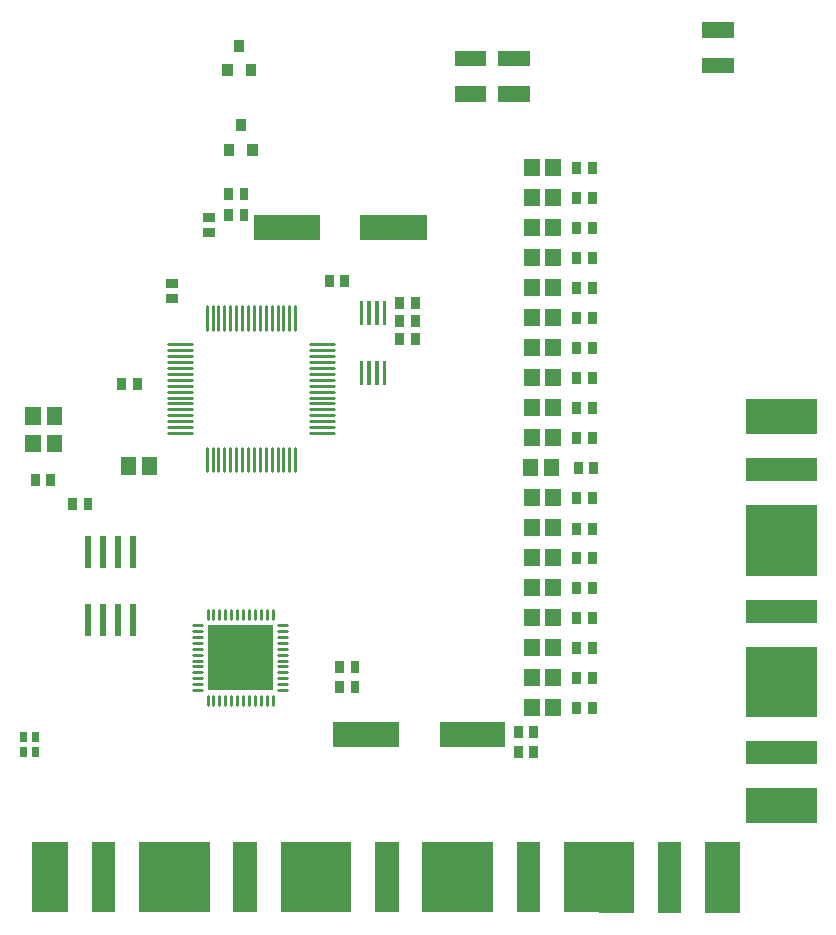
<source format=gbr>
G04 start of page 8 for group -4015 idx -4015 *
G04 Title: (unknown), toppaste *
G04 Creator: pcb 20140316 *
G04 CreationDate: Tue Feb 26 01:41:17 2019 UTC *
G04 For: tim *
G04 Format: Gerber/RS-274X *
G04 PCB-Dimensions (mil): 2834.65 3051.18 *
G04 PCB-Coordinate-Origin: lower left *
%MOIN*%
%FSLAX25Y25*%
%LNTOPPASTE*%
%ADD110R,0.0250X0.0250*%
%ADD109R,0.0200X0.0200*%
%ADD108R,0.0130X0.0130*%
%ADD107C,0.0001*%
%ADD106R,0.1181X0.1181*%
%ADD105R,0.0787X0.0787*%
%ADD104C,0.0100*%
%ADD103R,0.0295X0.0295*%
%ADD102R,0.0512X0.0512*%
%ADD101R,0.0851X0.0851*%
%ADD100R,0.0340X0.0340*%
G54D100*X85457Y255831D02*Y255231D01*
X93257Y255831D02*Y255231D01*
X89357Y264031D02*Y263431D01*
X84957Y282331D02*Y281731D01*
X92757Y282331D02*Y281731D01*
X88857Y290531D02*Y289931D01*
G54D101*X133457Y229531D02*X147063D01*
X98189D02*X111457D01*
G54D102*X193500Y249924D02*Y249138D01*
X186414Y249924D02*Y249138D01*
X193500Y239924D02*Y239138D01*
X186414Y239924D02*Y239138D01*
X193500Y219924D02*Y219138D01*
X186414Y219924D02*Y219138D01*
X193500Y209924D02*Y209138D01*
X186414Y209924D02*Y209138D01*
X193500Y199924D02*Y199138D01*
X186414Y199924D02*Y199138D01*
X193500Y189924D02*Y189138D01*
X186414Y189924D02*Y189138D01*
X193500Y179924D02*Y179138D01*
X186414Y179924D02*Y179138D01*
X193500Y169924D02*Y169138D01*
X186414Y169924D02*Y169138D01*
X193500Y159924D02*Y159138D01*
X186414Y159924D02*Y159138D01*
G54D103*X201398Y250023D02*Y249039D01*
X206516Y250023D02*Y249039D01*
X201398Y240023D02*Y239039D01*
X206516Y240023D02*Y239039D01*
X201398Y230023D02*Y229039D01*
X206516Y230023D02*Y229039D01*
X201398Y220023D02*Y219039D01*
X206516Y220023D02*Y219039D01*
X201398Y210023D02*Y209039D01*
X206516Y210023D02*Y209039D01*
X201398Y200023D02*Y199039D01*
X206516Y200023D02*Y199039D01*
X201398Y190023D02*Y189039D01*
X206516Y190023D02*Y189039D01*
X201398Y180023D02*Y179039D01*
X206516Y180023D02*Y179039D01*
X201398Y170023D02*Y169039D01*
X206516Y170023D02*Y169039D01*
X201398Y160023D02*Y159039D01*
X206516Y160023D02*Y159039D01*
G54D104*X107535Y203406D02*Y195531D01*
X105567Y203406D02*Y195531D01*
X103598Y203406D02*Y195531D01*
X101630Y203406D02*Y195531D01*
X99661Y203406D02*Y195531D01*
X97693Y203406D02*Y195531D01*
X95724Y203406D02*Y195531D01*
X93756Y203406D02*Y195531D01*
X91787Y203406D02*Y195531D01*
X89819Y203406D02*Y195531D01*
X87850Y203406D02*Y195531D01*
X85882Y203406D02*Y195531D01*
X83913Y203406D02*Y195531D01*
X81945Y203406D02*Y195531D01*
X79976Y203406D02*Y195531D01*
X78008Y203406D02*Y195531D01*
Y197500D02*Y195531D01*
Y156161D02*Y148287D01*
X79976Y156161D02*Y148287D01*
X81945Y156161D02*Y148287D01*
X83913Y156161D02*Y148287D01*
X85882Y156161D02*Y148287D01*
X87850Y156161D02*Y148287D01*
X89819Y156161D02*Y148287D01*
X91787Y156161D02*Y148287D01*
X93756Y156161D02*Y148287D01*
X95724Y156161D02*Y148287D01*
X97693Y156161D02*Y148287D01*
X99661Y156161D02*Y148287D01*
X101630Y156161D02*Y148287D01*
X103598Y156161D02*Y148287D01*
X105567Y156161D02*Y148287D01*
X107535Y156161D02*Y148287D01*
X112457Y190610D02*X120331D01*
X112457Y188642D02*X120331D01*
X112457Y186673D02*X120331D01*
X112457Y184705D02*X120331D01*
X112457Y182736D02*X120331D01*
X112457Y180768D02*X120331D01*
X112457Y178799D02*X120331D01*
X112457Y176831D02*X120331D01*
X112457Y174862D02*X120331D01*
X112457Y172894D02*X120331D01*
X112457Y170925D02*X120331D01*
X112457Y168957D02*X120331D01*
X112457Y166988D02*X120331D01*
X112457Y165020D02*X120331D01*
X112457Y163051D02*X120331D01*
X112457Y161083D02*X120331D01*
X65213Y190610D02*X73087D01*
X65213Y188642D02*X73087D01*
X65213Y186673D02*X73087D01*
X65213Y184705D02*X73087D01*
X65213Y182736D02*X73087D01*
X65213Y180768D02*X73087D01*
X65213Y178799D02*X73087D01*
X65213Y176831D02*X73087D01*
X65213Y174862D02*X73087D01*
X65213Y172894D02*X73087D01*
X65213Y170925D02*X73087D01*
X65213Y168957D02*X73087D01*
X65213Y166988D02*X73087D01*
X65213Y165020D02*X73087D01*
X65213Y163051D02*X73087D01*
X65213Y161083D02*X73087D01*
G54D105*X43576Y20949D02*Y5201D01*
G54D106*X61293Y18981D02*Y7170D01*
X25860Y18981D02*Y7170D01*
G54D105*X90820Y20949D02*Y5201D01*
G54D106*X108537Y18981D02*Y7170D01*
X73104Y18981D02*Y7170D01*
G54D105*X138065Y20949D02*Y5201D01*
G54D106*X155781Y18981D02*Y7170D01*
X120348Y18981D02*Y7170D01*
G54D105*X185309Y20949D02*Y5201D01*
G54D106*X203025Y18981D02*Y7170D01*
X167592Y18981D02*Y7170D01*
G54D101*X124339Y60543D02*X137945D01*
X159945D02*X173213D01*
G54D102*X193500Y129924D02*Y129138D01*
X186414Y129924D02*Y129138D01*
X193500Y119924D02*Y119138D01*
X186414Y119924D02*Y119138D01*
X193500Y109924D02*Y109138D01*
X186414Y109924D02*Y109138D01*
X193500Y99924D02*Y99138D01*
X186414Y99924D02*Y99138D01*
X193500Y89924D02*Y89138D01*
X186414Y89924D02*Y89138D01*
X193500Y79924D02*Y79138D01*
X186414Y79924D02*Y79138D01*
X193500Y69924D02*Y69138D01*
X186414Y69924D02*Y69138D01*
G54D103*X201398Y129523D02*Y128539D01*
X206516Y129523D02*Y128539D01*
X201398Y120023D02*Y119039D01*
X206516Y120023D02*Y119039D01*
X201398Y110023D02*Y109039D01*
X206516Y110023D02*Y109039D01*
X201398Y100023D02*Y99039D01*
X206516Y100023D02*Y99039D01*
X201398Y90023D02*Y89039D01*
X206516Y90023D02*Y89039D01*
X201398Y80023D02*Y79039D01*
X206516Y80023D02*Y79039D01*
X201398Y70023D02*Y69039D01*
X206516Y70023D02*Y69039D01*
G54D104*X78303Y73409D02*Y70457D01*
X80272Y73409D02*Y70457D01*
X82240Y73409D02*Y70457D01*
X84209Y73409D02*Y70457D01*
X86177Y73409D02*Y70457D01*
X88146Y73409D02*Y70457D01*
X90114Y73409D02*Y70457D01*
X92083Y73409D02*Y70457D01*
X94051Y73409D02*Y70457D01*
X96020Y73409D02*Y70457D01*
X97988Y73409D02*Y70457D01*
X99957Y73409D02*Y70457D01*
X73382Y97031D02*X76335D01*
X73382Y95063D02*X76335D01*
X73382Y93094D02*X76335D01*
X73382Y91126D02*X76335D01*
X73382Y89157D02*X76335D01*
X73382Y87189D02*X76335D01*
X73382Y85220D02*X76335D01*
X73382Y83252D02*X76335D01*
X73382Y81283D02*X76335D01*
X73382Y79315D02*X76335D01*
X73382Y77346D02*X76335D01*
X73382Y75378D02*X76335D01*
X78303Y101953D02*Y99000D01*
X80272Y101953D02*Y99000D01*
X82240Y101953D02*Y99000D01*
X84209Y101953D02*Y99000D01*
X86177Y101953D02*Y99000D01*
X88146Y101953D02*Y99000D01*
X90114Y101953D02*Y99000D01*
X92083Y101953D02*Y99000D01*
X94051Y101953D02*Y99000D01*
X96020Y101953D02*Y99000D01*
X97988Y101953D02*Y99000D01*
X99957Y101953D02*Y99000D01*
X101925Y97031D02*X104878D01*
X101925Y95063D02*X104878D01*
X101925Y93094D02*X104878D01*
X101925Y91126D02*X104878D01*
X101925Y89157D02*X104878D01*
X101925Y87189D02*X104878D01*
X101925Y85220D02*X104878D01*
X101925Y83252D02*X104878D01*
X101925Y81283D02*X104878D01*
X101925Y79315D02*X104878D01*
X101925Y77346D02*X104878D01*
X101925Y75378D02*X104878D01*
G54D107*G36*
X78303Y97031D02*Y75378D01*
X99957D01*
Y97031D01*
X78303D01*
G37*
G54D108*X129619Y184476D02*Y177570D01*
X132178Y184476D02*Y177570D01*
X134736Y184476D02*Y177570D01*
X137295Y184476D02*Y177570D01*
Y204492D02*Y197586D01*
X134736Y204492D02*Y197586D01*
X132178Y204492D02*Y197586D01*
X129619Y204492D02*Y197586D01*
G54D109*X38457Y103031D02*Y94331D01*
X43457Y103031D02*Y94331D01*
X48457Y103031D02*Y94331D01*
X53457Y103031D02*Y94331D01*
Y125731D02*Y117031D01*
X48457Y125731D02*Y117031D01*
X43457Y125731D02*Y117031D01*
X38457Y125731D02*Y117031D01*
G54D102*X186414Y139924D02*Y139138D01*
X193500Y139924D02*Y139138D01*
X185914Y149924D02*Y149138D01*
X193000Y149924D02*Y149138D01*
G54D103*X201898Y150023D02*Y149039D01*
X207016Y150023D02*Y149039D01*
X201398Y140023D02*Y139039D01*
X206516Y140023D02*Y139039D01*
X142398Y205023D02*Y204039D01*
X147516Y205023D02*Y204039D01*
X142398Y199023D02*Y198039D01*
X147516Y199023D02*Y198039D01*
X142398Y193023D02*Y192039D01*
X147516Y193023D02*Y192039D01*
G54D102*X245702Y283626D02*X251212D01*
X245702Y295436D02*X251212D01*
X193500Y229924D02*Y229138D01*
X186414Y229924D02*Y229138D01*
X27260Y167039D02*Y166253D01*
X20174Y167039D02*Y166253D01*
X27260Y157984D02*Y157198D01*
X20174Y157984D02*Y157198D01*
X58952Y150503D02*Y149717D01*
X51866Y150503D02*Y149717D01*
G54D105*X261612Y101599D02*X277360D01*
G54D106*X263580Y119315D02*X275391D01*
X263580Y83882D02*X275391D01*
G54D105*X261612Y148843D02*X277360D01*
G54D106*X263580Y166560D02*X275391D01*
X263580Y131127D02*X275391D01*
G54D102*X163202Y274126D02*X168712D01*
X163202Y285936D02*X168712D01*
X177702Y274126D02*X183212D01*
X177702Y285936D02*X183212D01*
G54D105*X232272Y20843D02*Y5094D01*
G54D106*X249988Y18874D02*Y7063D01*
X214555Y18874D02*Y7063D01*
G54D105*X261612Y54587D02*X277360D01*
G54D106*X263580Y72304D02*X275391D01*
X263580Y36870D02*X275391D01*
G54D103*X122339Y83673D02*Y82689D01*
X127457Y83673D02*Y82689D01*
X122339Y76980D02*Y75996D01*
X127457Y76980D02*Y75996D01*
X33362Y137807D02*Y136823D01*
X38480Y137807D02*Y136823D01*
X78343Y227866D02*X79327D01*
X78343Y232984D02*X79327D01*
X90449Y241153D02*Y240169D01*
X85331Y241153D02*Y240169D01*
X90449Y234264D02*Y233280D01*
X85331Y234264D02*Y233280D01*
X124098Y212138D02*Y211154D01*
X118980Y212138D02*Y211154D01*
X187090Y61941D02*Y60957D01*
X181972Y61941D02*Y60957D01*
X187090Y55248D02*Y54264D01*
X181972Y55248D02*Y54264D01*
X65862Y205831D02*X66846D01*
X65862Y210949D02*X66846D01*
X20961Y145878D02*Y144894D01*
X26079Y145878D02*Y144894D01*
X49701Y177768D02*Y176784D01*
X54819Y177768D02*Y176784D01*
G54D110*X21014Y55309D02*Y54309D01*
X17014Y60309D02*Y59309D01*
Y55309D02*Y54309D01*
X21014Y60309D02*Y59309D01*
M02*

</source>
